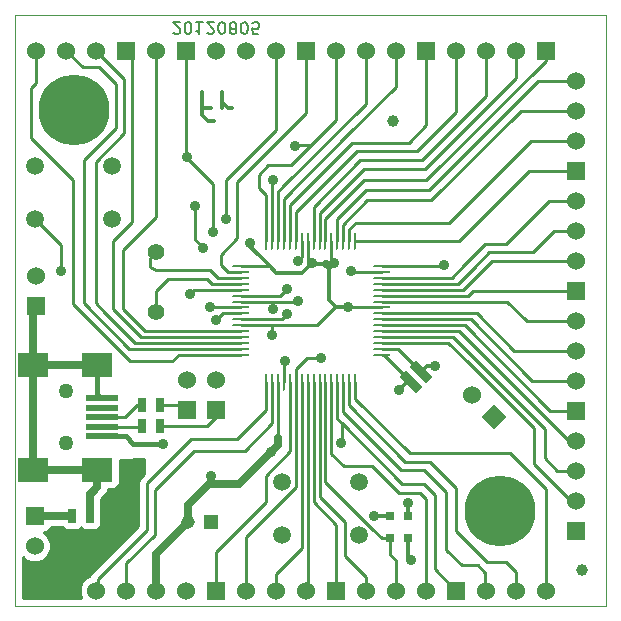
<source format=gbl>
G04 (created by PCBNEW-RS274X (2012-01-19 BZR 3256)-stable) date 05/08/2012 19:19:35*
G01*
G70*
G90*
%MOIN*%
G04 Gerber Fmt 3.4, Leading zero omitted, Abs format*
%FSLAX34Y34*%
G04 APERTURE LIST*
%ADD10C,0.006000*%
%ADD11C,0.007900*%
%ADD12C,0.003900*%
%ADD13R,0.045000X0.045000*%
%ADD14C,0.045000*%
%ADD15R,0.098400X0.078700*%
%ADD16R,0.110200X0.019700*%
%ADD17C,0.050000*%
%ADD18R,0.009800X0.060000*%
%ADD19O,0.009800X0.060000*%
%ADD20O,0.060000X0.009800*%
%ADD21R,0.060000X0.060000*%
%ADD22C,0.060000*%
%ADD23C,0.056000*%
%ADD24R,0.025000X0.045000*%
%ADD25R,0.039400X0.039400*%
%ADD26R,0.031400X0.031400*%
%ADD27C,0.059100*%
%ADD28C,0.039400*%
%ADD29C,0.236200*%
%ADD30C,0.035000*%
%ADD31C,0.012000*%
%ADD32C,0.010000*%
%ADD33C,0.025000*%
%ADD34C,0.016000*%
G04 APERTURE END LIST*
G54D10*
G54D11*
X05268Y-00591D02*
X05287Y-00610D01*
X05324Y-00629D01*
X05418Y-00629D01*
X05456Y-00610D01*
X05474Y-00591D01*
X05493Y-00553D01*
X05493Y-00516D01*
X05474Y-00460D01*
X05249Y-00235D01*
X05493Y-00235D01*
X05737Y-00629D02*
X05774Y-00629D01*
X05812Y-00610D01*
X05831Y-00591D01*
X05849Y-00553D01*
X05868Y-00478D01*
X05868Y-00385D01*
X05849Y-00310D01*
X05831Y-00272D01*
X05812Y-00253D01*
X05774Y-00235D01*
X05737Y-00235D01*
X05699Y-00253D01*
X05681Y-00272D01*
X05662Y-00310D01*
X05643Y-00385D01*
X05643Y-00478D01*
X05662Y-00553D01*
X05681Y-00591D01*
X05699Y-00610D01*
X05737Y-00629D01*
X06243Y-00235D02*
X06018Y-00235D01*
X06131Y-00235D02*
X06131Y-00629D01*
X06093Y-00572D01*
X06056Y-00535D01*
X06018Y-00516D01*
X06393Y-00591D02*
X06412Y-00610D01*
X06449Y-00629D01*
X06543Y-00629D01*
X06581Y-00610D01*
X06599Y-00591D01*
X06618Y-00553D01*
X06618Y-00516D01*
X06599Y-00460D01*
X06374Y-00235D01*
X06618Y-00235D01*
X06862Y-00629D02*
X06899Y-00629D01*
X06937Y-00610D01*
X06956Y-00591D01*
X06974Y-00553D01*
X06993Y-00478D01*
X06993Y-00385D01*
X06974Y-00310D01*
X06956Y-00272D01*
X06937Y-00253D01*
X06899Y-00235D01*
X06862Y-00235D01*
X06824Y-00253D01*
X06806Y-00272D01*
X06787Y-00310D01*
X06768Y-00385D01*
X06768Y-00478D01*
X06787Y-00553D01*
X06806Y-00591D01*
X06824Y-00610D01*
X06862Y-00629D01*
X07218Y-00460D02*
X07181Y-00478D01*
X07162Y-00497D01*
X07143Y-00535D01*
X07143Y-00553D01*
X07162Y-00591D01*
X07181Y-00610D01*
X07218Y-00629D01*
X07293Y-00629D01*
X07331Y-00610D01*
X07349Y-00591D01*
X07368Y-00553D01*
X07368Y-00535D01*
X07349Y-00497D01*
X07331Y-00478D01*
X07293Y-00460D01*
X07218Y-00460D01*
X07181Y-00441D01*
X07162Y-00422D01*
X07143Y-00385D01*
X07143Y-00310D01*
X07162Y-00272D01*
X07181Y-00253D01*
X07218Y-00235D01*
X07293Y-00235D01*
X07331Y-00253D01*
X07349Y-00272D01*
X07368Y-00310D01*
X07368Y-00385D01*
X07349Y-00422D01*
X07331Y-00441D01*
X07293Y-00460D01*
X07612Y-00629D02*
X07649Y-00629D01*
X07687Y-00610D01*
X07706Y-00591D01*
X07724Y-00553D01*
X07743Y-00478D01*
X07743Y-00385D01*
X07724Y-00310D01*
X07706Y-00272D01*
X07687Y-00253D01*
X07649Y-00235D01*
X07612Y-00235D01*
X07574Y-00253D01*
X07556Y-00272D01*
X07537Y-00310D01*
X07518Y-00385D01*
X07518Y-00478D01*
X07537Y-00553D01*
X07556Y-00591D01*
X07574Y-00610D01*
X07612Y-00629D01*
X08099Y-00629D02*
X07912Y-00629D01*
X07893Y-00441D01*
X07912Y-00460D01*
X07949Y-00478D01*
X08043Y-00478D01*
X08081Y-00460D01*
X08099Y-00441D01*
X08118Y-00403D01*
X08118Y-00310D01*
X08099Y-00272D01*
X08081Y-00253D01*
X08043Y-00235D01*
X07949Y-00235D01*
X07912Y-00253D01*
X07893Y-00272D01*
G54D12*
X00000Y-19685D02*
X00000Y00000D01*
X19685Y-19685D02*
X00000Y-19685D01*
X19685Y00000D02*
X19685Y-19685D01*
X00000Y00000D02*
X19685Y00000D01*
G54D13*
X06536Y-16890D03*
G54D14*
X05748Y-16890D03*
G54D15*
X00591Y-15158D03*
X00591Y-11654D03*
X02737Y-15158D03*
X02737Y-11654D03*
G54D16*
X02894Y-13406D03*
X02894Y-13721D03*
X02894Y-14036D03*
X02894Y-13091D03*
X02894Y-12776D03*
G54D17*
X01674Y-14272D03*
X01674Y-12540D03*
G54D18*
X08367Y-07532D03*
G54D19*
X08564Y-07532D03*
X08761Y-07532D03*
X08958Y-07532D03*
X09155Y-07532D03*
X09351Y-07532D03*
X09548Y-07532D03*
X09745Y-07532D03*
X09942Y-07532D03*
X10139Y-07532D03*
X10336Y-07532D03*
X10532Y-07532D03*
X10729Y-07532D03*
X10926Y-07532D03*
X11123Y-07532D03*
X11320Y-07532D03*
G54D20*
X12218Y-08367D03*
X12218Y-08564D03*
X12218Y-08761D03*
X12218Y-08958D03*
X12218Y-09155D03*
X12218Y-09351D03*
X12218Y-09548D03*
X12218Y-09745D03*
X12218Y-09942D03*
X12218Y-10139D03*
X12218Y-10336D03*
X12218Y-10532D03*
X12218Y-10729D03*
X12218Y-10926D03*
X12218Y-11123D03*
X12218Y-11320D03*
G54D19*
X11320Y-12218D03*
X11123Y-12218D03*
X10926Y-12218D03*
X10729Y-12218D03*
X10532Y-12218D03*
X10336Y-12218D03*
X10139Y-12218D03*
X09942Y-12218D03*
X09745Y-12218D03*
X09548Y-12218D03*
X09351Y-12218D03*
X09155Y-12218D03*
X08958Y-12218D03*
X08761Y-12218D03*
X08564Y-12218D03*
X08367Y-12218D03*
G54D20*
X07532Y-11320D03*
X07532Y-11123D03*
X07532Y-10729D03*
X07525Y-10926D03*
X07532Y-10532D03*
X07532Y-10336D03*
X07532Y-10139D03*
X07532Y-09942D03*
X07532Y-09745D03*
X07532Y-09548D03*
X07532Y-09354D03*
X07532Y-09157D03*
X07532Y-08960D03*
X07532Y-08763D03*
X07532Y-08567D03*
X07532Y-08370D03*
G54D10*
G36*
X13911Y-12055D02*
X13689Y-12277D01*
X13133Y-11721D01*
X13355Y-11499D01*
X13911Y-12055D01*
X13911Y-12055D01*
G37*
G36*
X13577Y-12389D02*
X13355Y-12611D01*
X12799Y-12055D01*
X13021Y-11833D01*
X13577Y-12389D01*
X13577Y-12389D01*
G37*
G54D21*
X18689Y-17189D03*
G54D22*
X18689Y-16189D03*
X18689Y-15189D03*
X18689Y-14189D03*
G54D21*
X13689Y-01189D03*
G54D22*
X12689Y-01189D03*
X11689Y-01189D03*
X10689Y-01189D03*
G54D21*
X17689Y-01189D03*
G54D22*
X16689Y-01189D03*
X15689Y-01189D03*
X14689Y-01189D03*
G54D21*
X18689Y-13189D03*
G54D22*
X18689Y-12189D03*
X18689Y-11189D03*
X18689Y-10189D03*
G54D21*
X18689Y-05189D03*
G54D22*
X18689Y-04189D03*
X18689Y-03189D03*
X18689Y-02189D03*
G54D21*
X18689Y-09189D03*
G54D22*
X18689Y-08189D03*
X18689Y-07189D03*
X18689Y-06189D03*
G54D21*
X06689Y-19189D03*
G54D22*
X07689Y-19189D03*
X08689Y-19189D03*
X09689Y-19189D03*
G54D21*
X10689Y-19189D03*
G54D22*
X11689Y-19189D03*
X12689Y-19189D03*
X13689Y-19189D03*
G54D21*
X14689Y-19189D03*
G54D22*
X15689Y-19189D03*
X16689Y-19189D03*
X17689Y-19189D03*
G54D21*
X09689Y-01189D03*
G54D22*
X08689Y-01189D03*
X07689Y-01189D03*
X06689Y-01189D03*
G54D21*
X03689Y-01189D03*
G54D22*
X02689Y-01189D03*
X01689Y-01189D03*
X00689Y-01189D03*
X02689Y-19189D03*
X03689Y-19189D03*
X04689Y-19189D03*
X05689Y-19189D03*
G54D23*
X04689Y-09889D03*
X04689Y-07889D03*
G54D24*
X01889Y-16689D03*
X02489Y-16689D03*
X04228Y-13701D03*
X04828Y-13701D03*
X04228Y-12992D03*
X04828Y-12992D03*
G54D21*
X00639Y-16689D03*
G54D22*
X00639Y-17689D03*
G54D21*
X00689Y-09689D03*
G54D22*
X00689Y-08689D03*
G54D25*
X03543Y-16142D03*
G54D21*
X05689Y-01189D03*
G54D22*
X04689Y-01189D03*
G54D10*
G36*
X16369Y-13386D02*
X15945Y-13810D01*
X15521Y-13386D01*
X15945Y-12962D01*
X16369Y-13386D01*
X16369Y-13386D01*
G37*
G54D22*
X15237Y-12678D03*
G54D26*
X12500Y-17441D03*
X13090Y-17441D03*
X12500Y-16693D03*
X13090Y-16693D03*
G54D27*
X00649Y-06792D03*
X00649Y-05020D03*
X03209Y-05020D03*
X03209Y-06792D03*
X11438Y-15571D03*
X11438Y-17343D03*
X08878Y-17343D03*
X08878Y-15571D03*
G54D21*
X06693Y-13177D03*
G54D22*
X06693Y-12177D03*
G54D21*
X05709Y-13177D03*
G54D22*
X05709Y-12177D03*
G54D28*
X18898Y-18504D03*
X12598Y-03543D03*
G54D29*
X16142Y-16535D03*
X01969Y-03150D03*
G54D30*
X09409Y-08189D03*
X08583Y-09803D03*
X08976Y-11535D03*
X11969Y-16693D03*
X01535Y-08543D03*
X11181Y-08543D03*
X09409Y-09528D03*
X10197Y-11417D03*
X10866Y-14252D03*
X07835Y-07598D03*
X09882Y-08268D03*
X05984Y-06378D03*
X08543Y-10669D03*
X11102Y-09724D03*
X10630Y-08268D03*
X06260Y-07756D03*
X07008Y-06811D03*
X09055Y-09134D03*
X06693Y-10158D03*
X06496Y-09724D03*
X08504Y-14567D03*
X05827Y-09291D03*
X08583Y-05512D03*
X14291Y-08346D03*
X06535Y-15354D03*
X04921Y-14291D03*
X13189Y-18150D03*
X13071Y-16260D03*
X12789Y-12489D03*
X13989Y-11689D03*
X09331Y-04370D03*
X05709Y-04724D03*
X09055Y-09961D03*
X06575Y-07244D03*
G54D31*
X06221Y-03346D02*
X06419Y-03544D01*
X07206Y-03111D02*
X07088Y-03111D01*
X07088Y-03111D02*
X06891Y-02914D01*
X06891Y-02914D02*
X06891Y-03111D01*
X06891Y-02559D02*
X06891Y-02914D01*
X06221Y-03111D02*
X06536Y-03111D01*
X06221Y-02559D02*
X06221Y-03111D01*
X06221Y-03111D02*
X06221Y-03346D01*
X06419Y-03544D02*
X06615Y-03544D01*
G54D32*
X08976Y-11535D02*
X08958Y-11553D01*
X08485Y-09548D02*
X09389Y-09548D01*
X08583Y-09646D02*
X08485Y-09548D01*
X09548Y-07532D02*
X09548Y-08050D01*
X09389Y-09548D02*
X09409Y-09528D01*
X01535Y-07678D02*
X01535Y-07677D01*
X00649Y-06792D02*
X01535Y-07678D01*
X01535Y-08543D02*
X01535Y-07677D01*
X08169Y-09548D02*
X08485Y-09548D01*
X09548Y-08050D02*
X09409Y-08189D01*
X11397Y-08564D02*
X11202Y-08564D01*
G54D31*
X12500Y-16693D02*
X11969Y-16693D01*
G54D32*
X08958Y-11553D02*
X08958Y-12218D01*
X12218Y-08564D02*
X11397Y-08564D01*
X11202Y-08564D02*
X11181Y-08543D01*
X08583Y-09803D02*
X08583Y-09646D01*
X07532Y-09548D02*
X08169Y-09548D01*
X09351Y-12218D02*
X09351Y-11790D01*
X07689Y-17389D02*
X07689Y-19189D01*
X09351Y-11790D02*
X09724Y-11417D01*
X09724Y-11417D02*
X10197Y-11417D01*
X09351Y-12218D02*
X09351Y-15727D01*
X09351Y-15727D02*
X07689Y-17389D01*
X10879Y-13963D02*
X10879Y-13609D01*
X13976Y-18228D02*
X13976Y-18476D01*
X10729Y-13459D02*
X10879Y-13609D01*
X10879Y-13963D02*
X10879Y-14160D01*
X13622Y-15630D02*
X13976Y-15984D01*
X10879Y-14160D02*
X10866Y-14252D01*
X12900Y-15630D02*
X13622Y-15630D01*
X10729Y-12218D02*
X10729Y-13459D01*
X13976Y-18476D02*
X14689Y-19189D01*
X10879Y-13609D02*
X12900Y-15630D01*
X13976Y-15984D02*
X13976Y-18228D01*
X06260Y-07756D02*
X05984Y-07480D01*
G54D31*
X08701Y-08583D02*
X09567Y-08583D01*
X09902Y-08288D02*
X09902Y-08287D01*
X10449Y-09506D02*
X10688Y-09745D01*
G54D32*
X10449Y-08370D02*
X10512Y-08307D01*
X10512Y-08307D02*
X10532Y-08287D01*
X07532Y-08370D02*
X08488Y-08370D01*
G54D31*
X07835Y-07717D02*
X08150Y-08032D01*
X10630Y-08268D02*
X10591Y-08307D01*
G54D32*
X07532Y-10336D02*
X08543Y-10336D01*
X05984Y-07480D02*
X05984Y-06378D01*
G54D31*
X10512Y-08307D02*
X10591Y-08307D01*
G54D32*
X09745Y-08286D02*
X09903Y-08286D01*
G54D31*
X08150Y-08032D02*
X08488Y-08370D01*
G54D32*
X10532Y-08287D02*
X10532Y-07532D01*
G54D33*
X10365Y-08286D02*
X10449Y-08370D01*
G54D31*
X10688Y-09745D02*
X11102Y-09745D01*
G54D32*
X08543Y-10669D02*
X08543Y-10336D01*
X08543Y-10336D02*
X10097Y-10336D01*
G54D31*
X09567Y-08583D02*
X09882Y-08268D01*
X07835Y-07598D02*
X07835Y-07717D01*
X08488Y-08370D02*
X08701Y-08583D01*
X10097Y-10336D02*
X10688Y-09745D01*
X09903Y-08286D02*
X10365Y-08286D01*
G54D32*
X09902Y-08287D02*
X09903Y-08286D01*
G54D31*
X09882Y-08268D02*
X09902Y-08288D01*
G54D32*
X09745Y-07532D02*
X09745Y-08286D01*
G54D31*
X10449Y-08370D02*
X10449Y-09506D01*
X11102Y-09724D02*
X11102Y-09745D01*
G54D32*
X11102Y-09745D02*
X12218Y-09745D01*
X08488Y-08370D02*
X08488Y-08370D01*
X16689Y-02091D02*
X13662Y-05118D01*
X10139Y-06593D02*
X10139Y-07532D01*
X11614Y-05118D02*
X13662Y-05118D01*
X10139Y-06593D02*
X11614Y-05118D01*
X16689Y-01189D02*
X16689Y-02091D01*
X17689Y-01189D02*
X17689Y-01524D01*
X11614Y-05512D02*
X13701Y-05512D01*
X10336Y-07532D02*
X10336Y-06790D01*
X17689Y-01524D02*
X13701Y-05512D01*
X10336Y-06790D02*
X11614Y-05512D01*
X16339Y-07638D02*
X15669Y-07638D01*
X14546Y-08761D02*
X14961Y-08346D01*
X15669Y-07638D02*
X14961Y-08346D01*
X18689Y-06189D02*
X17788Y-06189D01*
X17788Y-06189D02*
X16339Y-07638D01*
X14546Y-08761D02*
X12218Y-08761D01*
X17968Y-07189D02*
X17244Y-07913D01*
X14748Y-08963D02*
X14748Y-08958D01*
X15793Y-07913D02*
X15276Y-08430D01*
X17244Y-07913D02*
X15793Y-07913D01*
X12218Y-08958D02*
X14748Y-08958D01*
X14748Y-08958D02*
X14748Y-08963D01*
X15276Y-08430D02*
X14748Y-08958D01*
X18689Y-07189D02*
X17968Y-07189D01*
X15871Y-08189D02*
X14905Y-09155D01*
X14905Y-09155D02*
X14905Y-09159D01*
X12218Y-09155D02*
X14905Y-09155D01*
X14905Y-09159D02*
X14905Y-09155D01*
X18689Y-08189D02*
X15871Y-08189D01*
X15098Y-09351D02*
X12218Y-09351D01*
X15260Y-09189D02*
X15098Y-09351D01*
X18689Y-09189D02*
X15260Y-09189D01*
X08564Y-13614D02*
X07650Y-14528D01*
X05946Y-14528D02*
X07363Y-14528D01*
X04646Y-15828D02*
X05946Y-14528D01*
X03689Y-18280D02*
X04646Y-17323D01*
X03689Y-18280D02*
X03689Y-19189D01*
X07650Y-14528D02*
X07363Y-14528D01*
X04646Y-17323D02*
X04646Y-15828D01*
X08564Y-12218D02*
X08564Y-13614D01*
X02739Y-18801D02*
X02739Y-19139D01*
X02739Y-19139D02*
X02689Y-19189D01*
X04389Y-15610D02*
X05865Y-14134D01*
X04389Y-17151D02*
X04389Y-15610D01*
X07400Y-14134D02*
X08367Y-13167D01*
X08367Y-13167D02*
X08367Y-12218D01*
X02739Y-18801D02*
X04389Y-17151D01*
X05865Y-14134D02*
X07400Y-14134D01*
X00689Y-02264D02*
X00512Y-02441D01*
X00512Y-02441D02*
X00512Y-04094D01*
X05451Y-11320D02*
X05236Y-11535D01*
X00689Y-01189D02*
X00689Y-02264D01*
X01930Y-09646D02*
X01930Y-05512D01*
X00512Y-04094D02*
X01930Y-05512D01*
X05451Y-11320D02*
X07532Y-11320D01*
X03819Y-11535D02*
X01930Y-09646D01*
X05236Y-11535D02*
X03819Y-11535D01*
X01701Y-01189D02*
X01689Y-01189D01*
X02283Y-04843D02*
X02283Y-09605D01*
X05231Y-11123D02*
X05236Y-11123D01*
X02244Y-01732D02*
X02795Y-01732D01*
X01701Y-01189D02*
X02244Y-01732D01*
X03346Y-02283D02*
X03346Y-03780D01*
X05236Y-11123D02*
X07532Y-11123D01*
X05236Y-11123D02*
X03801Y-11123D01*
X02795Y-01732D02*
X03346Y-02283D01*
X03801Y-11123D02*
X02283Y-09605D01*
X03346Y-03780D02*
X02283Y-04843D01*
X02677Y-09607D02*
X02992Y-09922D01*
X02677Y-04882D02*
X03622Y-03937D01*
X03996Y-10926D02*
X02992Y-09922D01*
X07525Y-10926D02*
X03996Y-10926D01*
X02677Y-05866D02*
X02677Y-04882D01*
X02677Y-09528D02*
X02677Y-09607D01*
X02677Y-05866D02*
X02677Y-09528D01*
X03622Y-02835D02*
X03622Y-02122D01*
X03622Y-03937D02*
X03622Y-02835D01*
X03622Y-02122D02*
X02689Y-01189D01*
X03898Y-01398D02*
X03689Y-01189D01*
X05709Y-10729D02*
X05693Y-10729D01*
X04193Y-10729D02*
X05709Y-10729D01*
X03268Y-09764D02*
X03268Y-09804D01*
X04173Y-10709D02*
X04193Y-10729D01*
X03268Y-07520D02*
X03898Y-06890D01*
X07532Y-10729D02*
X05709Y-10729D01*
X04193Y-10729D02*
X03268Y-09804D01*
X03689Y-01189D02*
X03689Y-01189D01*
X03268Y-09764D02*
X03268Y-07520D01*
X03898Y-06890D02*
X03898Y-01398D01*
X04689Y-06729D02*
X04689Y-01189D01*
X04312Y-10532D02*
X03583Y-09803D01*
X05768Y-10532D02*
X04390Y-10532D01*
X03583Y-07835D02*
X04689Y-06729D01*
X04390Y-10532D02*
X04312Y-10532D01*
X07532Y-10532D02*
X05768Y-10532D01*
X03583Y-09803D02*
X03583Y-07835D01*
X07559Y-04961D02*
X07008Y-05512D01*
X08835Y-09354D02*
X09055Y-09134D01*
X07559Y-04961D02*
X08689Y-03831D01*
X08206Y-09354D02*
X08835Y-09354D01*
X07008Y-05512D02*
X07008Y-06811D01*
X08206Y-09354D02*
X07532Y-09354D01*
X08689Y-01189D02*
X08689Y-03831D01*
X09351Y-06555D02*
X11378Y-04528D01*
X09351Y-07532D02*
X09351Y-06555D01*
X14689Y-03225D02*
X13386Y-04528D01*
X11378Y-04528D02*
X13386Y-04528D01*
X14689Y-01189D02*
X14689Y-03225D01*
X08937Y-04016D02*
X09689Y-03264D01*
X07402Y-07441D02*
X07402Y-05551D01*
X07071Y-08567D02*
X06850Y-08346D01*
X07795Y-05158D02*
X08937Y-04016D01*
X07532Y-08567D02*
X07071Y-08567D01*
X06850Y-07993D02*
X07402Y-07441D01*
X06850Y-08346D02*
X06850Y-07993D01*
X09689Y-03264D02*
X09689Y-01189D01*
X07402Y-05551D02*
X07795Y-05158D01*
X09942Y-06397D02*
X11496Y-04843D01*
X15689Y-01189D02*
X15689Y-02698D01*
X15689Y-02698D02*
X13544Y-04843D01*
X09942Y-06397D02*
X09942Y-07532D01*
X11496Y-04843D02*
X13544Y-04843D01*
X03543Y-16142D02*
X03189Y-16142D01*
X06909Y-09942D02*
X07532Y-09942D01*
X06909Y-09942D02*
X06693Y-10158D01*
X06517Y-09745D02*
X06496Y-09724D01*
X06517Y-09745D02*
X07532Y-09745D01*
X07532Y-09740D02*
X07532Y-09745D01*
X04489Y-08089D02*
X04689Y-07889D01*
X04489Y-08389D02*
X04489Y-08089D01*
X06489Y-08489D02*
X04889Y-08489D01*
X07532Y-08763D02*
X06763Y-08763D01*
X04489Y-08389D02*
X04489Y-08389D01*
X06763Y-08763D02*
X06489Y-08489D01*
X04689Y-08489D02*
X04489Y-08389D01*
X04889Y-08489D02*
X04689Y-08489D01*
X05089Y-08789D02*
X04689Y-09189D01*
X06389Y-08789D02*
X05089Y-08789D01*
X06560Y-08960D02*
X06389Y-08789D01*
X07532Y-08960D02*
X06560Y-08960D01*
X04689Y-09189D02*
X04689Y-09889D01*
X05961Y-09157D02*
X05827Y-09291D01*
G54D33*
X05748Y-16339D02*
X06457Y-15630D01*
G54D32*
X06204Y-09157D02*
X05961Y-09157D01*
G54D33*
X07441Y-15630D02*
X08504Y-14567D01*
X06457Y-15630D02*
X07441Y-15630D01*
G54D32*
X14270Y-08367D02*
X14291Y-08346D01*
X08564Y-06793D02*
X08564Y-05531D01*
X08564Y-05531D02*
X08583Y-05512D01*
X13819Y-08367D02*
X12218Y-08367D01*
X13837Y-08367D02*
X13819Y-08367D01*
G54D33*
X04689Y-19189D02*
X04689Y-17949D01*
X05748Y-16890D02*
X05748Y-16339D01*
X08740Y-14331D02*
X08740Y-14095D01*
X04689Y-17949D02*
X05748Y-16890D01*
X08504Y-14567D02*
X08740Y-14331D01*
G54D32*
X08761Y-12218D02*
X08761Y-13955D01*
X08761Y-14074D02*
X08740Y-14095D01*
X08761Y-13955D02*
X08761Y-14074D01*
X13819Y-08367D02*
X14270Y-08367D01*
G54D33*
X06535Y-15354D02*
X06535Y-15630D01*
G54D32*
X07532Y-09157D02*
X06204Y-09157D01*
X08564Y-07532D02*
X08564Y-06793D01*
G54D33*
X06535Y-15630D02*
X06457Y-15630D01*
G54D32*
X02894Y-13406D02*
X03641Y-13406D01*
X03819Y-13228D02*
X04055Y-12992D01*
X04055Y-12992D02*
X04228Y-12992D01*
X03641Y-13406D02*
X03819Y-13228D01*
G54D33*
X02489Y-16689D02*
X02489Y-15975D01*
X02480Y-15984D02*
X02737Y-15727D01*
X02737Y-15727D02*
X02737Y-15158D01*
G54D34*
X02894Y-12776D02*
X02737Y-12619D01*
G54D33*
X00591Y-11654D02*
X00591Y-09787D01*
X02489Y-15975D02*
X02480Y-15984D01*
X00591Y-15158D02*
X02737Y-15158D01*
G54D34*
X00591Y-09787D02*
X00689Y-09689D01*
G54D33*
X02737Y-11654D02*
X00591Y-11654D01*
X00591Y-11654D02*
X00591Y-15158D01*
G54D34*
X02737Y-12619D02*
X02737Y-11654D01*
G54D33*
X00639Y-16689D02*
X01889Y-16689D01*
G54D34*
X02894Y-14036D02*
X03682Y-14036D01*
X03937Y-14291D02*
X04921Y-14291D01*
X03682Y-14036D02*
X03937Y-14291D01*
G54D32*
X02894Y-13721D02*
X04208Y-13721D01*
X04208Y-13721D02*
X04228Y-13701D01*
X06378Y-13701D02*
X06693Y-13386D01*
X04828Y-13701D02*
X06378Y-13701D01*
X06693Y-13386D02*
X06693Y-13177D01*
X04828Y-12992D02*
X05524Y-12992D01*
X05524Y-12992D02*
X05709Y-13177D01*
G54D31*
X13090Y-18169D02*
X13090Y-17441D01*
X13189Y-18150D02*
X13090Y-18169D01*
X13090Y-16279D02*
X13071Y-16260D01*
X13090Y-16693D02*
X13090Y-16279D01*
G54D32*
X12500Y-17441D02*
X12500Y-17992D01*
X12500Y-17441D02*
X12205Y-17441D01*
X12689Y-18633D02*
X12689Y-19189D01*
X11457Y-16693D02*
X10336Y-15572D01*
X10336Y-12218D02*
X10336Y-14836D01*
X12205Y-17441D02*
X11890Y-17126D01*
X10336Y-14841D02*
X10331Y-14836D01*
X12500Y-17992D02*
X12689Y-18181D01*
X10336Y-15572D02*
X10336Y-14841D01*
X11890Y-17126D02*
X11890Y-17126D01*
X10331Y-14836D02*
X10336Y-14836D01*
X11890Y-17126D02*
X11457Y-16693D01*
X12689Y-18181D02*
X12689Y-18633D01*
X12689Y-18633D02*
X12689Y-18633D01*
X10336Y-14836D02*
X10336Y-14836D01*
X17008Y-10158D02*
X16398Y-09548D01*
X17008Y-10158D02*
X17039Y-10189D01*
X12218Y-09548D02*
X16398Y-09548D01*
X17039Y-10189D02*
X18689Y-10189D01*
G54D31*
X13056Y-12222D02*
X13188Y-12222D01*
X12789Y-12489D02*
X13056Y-12222D01*
G54D32*
X12286Y-11320D02*
X13188Y-12222D01*
X12218Y-11320D02*
X12286Y-11320D01*
X12757Y-11123D02*
X13522Y-11888D01*
X12218Y-11123D02*
X12757Y-11123D01*
G54D31*
X13721Y-11689D02*
X13989Y-11689D01*
X13721Y-11689D02*
X13522Y-11888D01*
G54D32*
X17283Y-13779D02*
X17283Y-14961D01*
X12218Y-10926D02*
X14430Y-10926D01*
X17283Y-14961D02*
X18511Y-16189D01*
X18511Y-16189D02*
X18689Y-16189D01*
X14430Y-10926D02*
X15118Y-11614D01*
X17283Y-13779D02*
X15118Y-11614D01*
X17835Y-13189D02*
X14986Y-10340D01*
X12218Y-10340D02*
X12218Y-10336D01*
X14986Y-10340D02*
X12218Y-10340D01*
X15000Y-10354D02*
X14986Y-10340D01*
X18689Y-13189D02*
X17835Y-13189D01*
X18689Y-14189D02*
X18441Y-14189D01*
X14784Y-10532D02*
X12218Y-10532D01*
X17913Y-13661D02*
X17205Y-12953D01*
X18441Y-14189D02*
X17913Y-13661D01*
X17205Y-12953D02*
X14784Y-10532D01*
X12218Y-10729D02*
X12218Y-10734D01*
X14581Y-10734D02*
X17638Y-13791D01*
X14581Y-10734D02*
X12218Y-10734D01*
X17638Y-14764D02*
X18063Y-15189D01*
X17638Y-13791D02*
X17638Y-13819D01*
X18063Y-15189D02*
X18689Y-15189D01*
X17638Y-14764D02*
X17638Y-13819D01*
X17165Y-12126D02*
X15178Y-10139D01*
X17165Y-12126D02*
X17228Y-12189D01*
X12218Y-10139D02*
X15178Y-10139D01*
X17228Y-12189D02*
X18689Y-12189D01*
X08367Y-06005D02*
X08110Y-05748D01*
X08110Y-05748D02*
X08110Y-05315D01*
X09370Y-04331D02*
X09842Y-04331D01*
X10689Y-03484D02*
X09842Y-04331D01*
X08110Y-05315D02*
X08425Y-05000D01*
X09331Y-04370D02*
X09370Y-04331D01*
X10689Y-01189D02*
X10689Y-03484D01*
X08367Y-07532D02*
X08367Y-06005D01*
X09173Y-05000D02*
X09842Y-04331D01*
X08425Y-05000D02*
X09173Y-05000D01*
X11693Y-05827D02*
X13778Y-05827D01*
X10729Y-07532D02*
X10729Y-06791D01*
X18689Y-02189D02*
X17416Y-02189D01*
X17416Y-02189D02*
X13778Y-05827D01*
X10729Y-06791D02*
X11693Y-05827D01*
X17134Y-05189D02*
X18689Y-05189D01*
X14791Y-07532D02*
X17134Y-05189D01*
X13806Y-07532D02*
X12099Y-07532D01*
X11320Y-07532D02*
X12099Y-07532D01*
X13806Y-07532D02*
X14791Y-07532D01*
X11123Y-07532D02*
X11123Y-07145D01*
X18689Y-04189D02*
X17189Y-04189D01*
X17189Y-04189D02*
X14449Y-06929D01*
X11339Y-06929D02*
X13937Y-06929D01*
X14449Y-06929D02*
X13937Y-06929D01*
X11123Y-07145D02*
X11339Y-06929D01*
X16850Y-03189D02*
X13858Y-06181D01*
X10926Y-07532D02*
X10926Y-06987D01*
X10926Y-06987D02*
X11732Y-06181D01*
X18689Y-03189D02*
X16850Y-03189D01*
X11732Y-06181D02*
X13858Y-06181D01*
X13689Y-03673D02*
X13689Y-01783D01*
X09155Y-06317D02*
X11220Y-04252D01*
X09155Y-07532D02*
X09155Y-06317D01*
X13689Y-01783D02*
X13689Y-01189D01*
X13110Y-04252D02*
X13689Y-03673D01*
X11220Y-04252D02*
X13110Y-04252D01*
X12689Y-02390D02*
X11103Y-03976D01*
X12689Y-01189D02*
X12689Y-02390D01*
X08958Y-06121D02*
X08958Y-07532D01*
X08958Y-06121D02*
X11103Y-03976D01*
X11689Y-02957D02*
X11689Y-01189D01*
X08761Y-05885D02*
X08937Y-05709D01*
X08937Y-05709D02*
X11689Y-02957D01*
X08761Y-07532D02*
X08761Y-05885D01*
X13471Y-15926D02*
X13689Y-16144D01*
X10532Y-14627D02*
X10944Y-15039D01*
X10944Y-15039D02*
X11887Y-15039D01*
X11887Y-15039D02*
X12774Y-15926D01*
X10532Y-13684D02*
X10532Y-12218D01*
X13689Y-19189D02*
X13689Y-16144D01*
X12774Y-15926D02*
X13471Y-15926D01*
X10532Y-13684D02*
X10532Y-14627D01*
X06689Y-19189D02*
X06689Y-17889D01*
X09159Y-14546D02*
X09159Y-14542D01*
X09155Y-12218D02*
X09155Y-14542D01*
X09155Y-14546D02*
X09159Y-14542D01*
X08346Y-16220D02*
X08346Y-16232D01*
X09155Y-14542D02*
X09159Y-14546D01*
X08346Y-16232D02*
X06689Y-17889D01*
X09159Y-14542D02*
X08346Y-15355D01*
X08346Y-15355D02*
X08346Y-16220D01*
X09548Y-16230D02*
X09548Y-12218D01*
X08689Y-19189D02*
X08689Y-18634D01*
X08689Y-18634D02*
X09548Y-17775D01*
X09548Y-17775D02*
X09548Y-16230D01*
X09745Y-12218D02*
X09745Y-19133D01*
X09745Y-19133D02*
X09689Y-19189D01*
X09942Y-16242D02*
X10689Y-16989D01*
X09942Y-12218D02*
X09942Y-16242D01*
X10689Y-16989D02*
X10689Y-19189D01*
X18689Y-11189D02*
X16622Y-11189D01*
X16622Y-11189D02*
X15375Y-09942D01*
X12218Y-09942D02*
X15375Y-09942D01*
X12849Y-15158D02*
X13622Y-15158D01*
X14881Y-18346D02*
X15432Y-18346D01*
X15669Y-19169D02*
X15669Y-18583D01*
X10926Y-13235D02*
X12849Y-15158D01*
X14370Y-17835D02*
X14881Y-18346D01*
X14370Y-15906D02*
X14370Y-16024D01*
X15689Y-19189D02*
X15669Y-19169D01*
X15432Y-18346D02*
X15669Y-18583D01*
X10926Y-13235D02*
X10926Y-12218D01*
X13622Y-15158D02*
X14370Y-15906D01*
X14370Y-17835D02*
X14370Y-16024D01*
X16339Y-18228D02*
X16689Y-18578D01*
X14685Y-17204D02*
X14685Y-15748D01*
X14685Y-15748D02*
X13819Y-14882D01*
X16689Y-19189D02*
X16689Y-18578D01*
X11123Y-13011D02*
X11123Y-12218D01*
X12994Y-14882D02*
X13819Y-14882D01*
X15709Y-18228D02*
X16339Y-18228D01*
X14685Y-17204D02*
X15709Y-18228D01*
X11123Y-13011D02*
X12994Y-14882D01*
X17689Y-15800D02*
X17689Y-19189D01*
X11320Y-12218D02*
X11320Y-12786D01*
X16495Y-14606D02*
X17689Y-15800D01*
X13140Y-14606D02*
X16495Y-14606D01*
X11320Y-12786D02*
X13140Y-14606D01*
X05689Y-04724D02*
X05689Y-04744D01*
X08877Y-10139D02*
X09055Y-09961D01*
X05689Y-02023D02*
X05689Y-04744D01*
X05689Y-04744D02*
X05945Y-05000D01*
X06575Y-05630D02*
X05945Y-05000D01*
X05689Y-01189D02*
X05689Y-02023D01*
X05709Y-04724D02*
X05689Y-04724D01*
X06575Y-07244D02*
X06575Y-05630D01*
X08286Y-10139D02*
X08877Y-10139D01*
X07532Y-10139D02*
X08286Y-10139D01*
X11689Y-18736D02*
X11689Y-19189D01*
X10139Y-16048D02*
X10984Y-16893D01*
X10984Y-17756D02*
X10984Y-18032D01*
X10985Y-18032D02*
X11689Y-18736D01*
X10984Y-18032D02*
X10985Y-18032D01*
X10984Y-16893D02*
X10984Y-17756D01*
X10139Y-12218D02*
X10139Y-16048D01*
G54D10*
G36*
X04281Y-15304D02*
X04182Y-15403D01*
X04118Y-15498D01*
X04096Y-15610D01*
X04096Y-17029D01*
X02532Y-18594D01*
X02468Y-18689D01*
X02466Y-18694D01*
X02383Y-18729D01*
X02230Y-18881D01*
X02147Y-19080D01*
X02147Y-19296D01*
X02199Y-19423D01*
X00262Y-19423D01*
X00262Y-18078D01*
X00331Y-18148D01*
X00530Y-18231D01*
X00746Y-18231D01*
X00945Y-18149D01*
X01098Y-17997D01*
X01181Y-17798D01*
X01181Y-17582D01*
X01099Y-17383D01*
X00947Y-17231D01*
X00987Y-17231D01*
X01076Y-17194D01*
X01144Y-17126D01*
X01172Y-17057D01*
X01565Y-17057D01*
X01627Y-17119D01*
X01716Y-17156D01*
X01812Y-17156D01*
X02062Y-17156D01*
X02151Y-17119D01*
X02189Y-17081D01*
X02227Y-17119D01*
X02316Y-17156D01*
X02412Y-17156D01*
X02662Y-17156D01*
X02751Y-17119D01*
X02819Y-17051D01*
X02856Y-16962D01*
X02856Y-16866D01*
X02856Y-16694D01*
X02857Y-16689D01*
X02857Y-16127D01*
X02997Y-15988D01*
X02997Y-15987D01*
X03077Y-15868D01*
X03091Y-15793D01*
X03277Y-15793D01*
X03366Y-15756D01*
X03434Y-15688D01*
X03471Y-15599D01*
X03471Y-15503D01*
X03471Y-14816D01*
X04281Y-14814D01*
X04281Y-15304D01*
X04281Y-15304D01*
G37*
G54D32*
X04281Y-15304D02*
X04182Y-15403D01*
X04118Y-15498D01*
X04096Y-15610D01*
X04096Y-17029D01*
X02532Y-18594D01*
X02468Y-18689D01*
X02466Y-18694D01*
X02383Y-18729D01*
X02230Y-18881D01*
X02147Y-19080D01*
X02147Y-19296D01*
X02199Y-19423D01*
X00262Y-19423D01*
X00262Y-18078D01*
X00331Y-18148D01*
X00530Y-18231D01*
X00746Y-18231D01*
X00945Y-18149D01*
X01098Y-17997D01*
X01181Y-17798D01*
X01181Y-17582D01*
X01099Y-17383D01*
X00947Y-17231D01*
X00987Y-17231D01*
X01076Y-17194D01*
X01144Y-17126D01*
X01172Y-17057D01*
X01565Y-17057D01*
X01627Y-17119D01*
X01716Y-17156D01*
X01812Y-17156D01*
X02062Y-17156D01*
X02151Y-17119D01*
X02189Y-17081D01*
X02227Y-17119D01*
X02316Y-17156D01*
X02412Y-17156D01*
X02662Y-17156D01*
X02751Y-17119D01*
X02819Y-17051D01*
X02856Y-16962D01*
X02856Y-16866D01*
X02856Y-16694D01*
X02857Y-16689D01*
X02857Y-16127D01*
X02997Y-15988D01*
X02997Y-15987D01*
X03077Y-15868D01*
X03091Y-15793D01*
X03277Y-15793D01*
X03366Y-15756D01*
X03434Y-15688D01*
X03471Y-15599D01*
X03471Y-15503D01*
X03471Y-14816D01*
X04281Y-14814D01*
X04281Y-15304D01*
M02*

</source>
